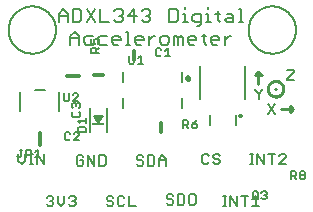
<source format=gbr>
G04 EAGLE Gerber RS-274X export*
G75*
%MOMM*%
%FSLAX34Y34*%
%LPD*%
%INSilkscreen Top*%
%IPPOS*%
%AMOC8*
5,1,8,0,0,1.08239X$1,22.5*%
G01*
%ADD10C,0.254000*%
%ADD11C,0.152400*%
%ADD12C,0.177800*%
%ADD13C,0.203200*%
%ADD14R,1.000000X0.200000*%
%ADD15C,0.250000*%
%ADD16C,0.304800*%

G36*
X81396Y74195D02*
X81396Y74195D01*
X81423Y74195D01*
X81534Y74227D01*
X81647Y74253D01*
X81670Y74266D01*
X81696Y74274D01*
X81794Y74336D01*
X81895Y74392D01*
X81911Y74410D01*
X81936Y74425D01*
X82121Y74633D01*
X82125Y74637D01*
X84125Y77637D01*
X84156Y77701D01*
X84196Y77761D01*
X84217Y77829D01*
X84248Y77893D01*
X84260Y77964D01*
X84281Y78032D01*
X84283Y78103D01*
X84295Y78174D01*
X84287Y78245D01*
X84289Y78316D01*
X84271Y78385D01*
X84262Y78456D01*
X84235Y78522D01*
X84217Y78591D01*
X84180Y78652D01*
X84153Y78718D01*
X84108Y78774D01*
X84072Y78836D01*
X84020Y78885D01*
X83975Y78940D01*
X83917Y78981D01*
X83864Y79030D01*
X83801Y79063D01*
X83743Y79104D01*
X83675Y79127D01*
X83611Y79160D01*
X83552Y79170D01*
X83474Y79197D01*
X83355Y79203D01*
X83280Y79215D01*
X79280Y79215D01*
X79209Y79205D01*
X79137Y79205D01*
X79069Y79185D01*
X78999Y79175D01*
X78933Y79146D01*
X78864Y79126D01*
X78804Y79088D01*
X78739Y79059D01*
X78684Y79013D01*
X78624Y78975D01*
X78576Y78922D01*
X78522Y78876D01*
X78482Y78816D01*
X78435Y78762D01*
X78404Y78698D01*
X78365Y78639D01*
X78343Y78571D01*
X78312Y78506D01*
X78300Y78436D01*
X78279Y78368D01*
X78277Y78296D01*
X78265Y78226D01*
X78273Y78155D01*
X78271Y78084D01*
X78290Y78014D01*
X78298Y77943D01*
X78323Y77888D01*
X78343Y77809D01*
X78404Y77706D01*
X78435Y77637D01*
X80435Y74637D01*
X80512Y74550D01*
X80585Y74460D01*
X80607Y74445D01*
X80625Y74425D01*
X80722Y74363D01*
X80817Y74296D01*
X80843Y74288D01*
X80865Y74273D01*
X80976Y74241D01*
X81086Y74203D01*
X81113Y74202D01*
X81138Y74195D01*
X81254Y74195D01*
X81370Y74189D01*
X81396Y74195D01*
G37*
D10*
X216916Y106426D02*
X216916Y116586D01*
X216916Y116840D01*
X214122Y114046D01*
X219456Y114046D01*
X219710Y114046D01*
X219456Y114046D02*
X216916Y116586D01*
X235712Y85344D02*
X245872Y85344D01*
X246126Y85344D01*
X243332Y88138D01*
X243332Y82804D01*
X243332Y82550D01*
X243332Y82804D02*
X245872Y85344D01*
X224790Y102616D02*
X224792Y102778D01*
X224798Y102940D01*
X224808Y103102D01*
X224822Y103263D01*
X224840Y103424D01*
X224861Y103585D01*
X224887Y103745D01*
X224917Y103904D01*
X224950Y104063D01*
X224988Y104221D01*
X225029Y104377D01*
X225074Y104533D01*
X225123Y104688D01*
X225176Y104841D01*
X225233Y104993D01*
X225293Y105143D01*
X225357Y105292D01*
X225424Y105440D01*
X225495Y105585D01*
X225570Y105729D01*
X225648Y105871D01*
X225730Y106011D01*
X225815Y106149D01*
X225903Y106285D01*
X225995Y106419D01*
X226090Y106550D01*
X226188Y106679D01*
X226289Y106806D01*
X226393Y106930D01*
X226501Y107051D01*
X226611Y107170D01*
X226724Y107286D01*
X226840Y107399D01*
X226959Y107509D01*
X227080Y107617D01*
X227204Y107721D01*
X227331Y107822D01*
X227460Y107920D01*
X227591Y108015D01*
X227725Y108107D01*
X227861Y108195D01*
X227999Y108280D01*
X228139Y108362D01*
X228281Y108440D01*
X228425Y108515D01*
X228570Y108586D01*
X228718Y108653D01*
X228867Y108717D01*
X229017Y108777D01*
X229169Y108834D01*
X229322Y108887D01*
X229477Y108936D01*
X229633Y108981D01*
X229789Y109022D01*
X229947Y109060D01*
X230106Y109093D01*
X230265Y109123D01*
X230425Y109149D01*
X230586Y109170D01*
X230747Y109188D01*
X230908Y109202D01*
X231070Y109212D01*
X231232Y109218D01*
X231394Y109220D01*
X231556Y109218D01*
X231718Y109212D01*
X231880Y109202D01*
X232041Y109188D01*
X232202Y109170D01*
X232363Y109149D01*
X232523Y109123D01*
X232682Y109093D01*
X232841Y109060D01*
X232999Y109022D01*
X233155Y108981D01*
X233311Y108936D01*
X233466Y108887D01*
X233619Y108834D01*
X233771Y108777D01*
X233921Y108717D01*
X234070Y108653D01*
X234218Y108586D01*
X234363Y108515D01*
X234507Y108440D01*
X234649Y108362D01*
X234789Y108280D01*
X234927Y108195D01*
X235063Y108107D01*
X235197Y108015D01*
X235328Y107920D01*
X235457Y107822D01*
X235584Y107721D01*
X235708Y107617D01*
X235829Y107509D01*
X235948Y107399D01*
X236064Y107286D01*
X236177Y107170D01*
X236287Y107051D01*
X236395Y106930D01*
X236499Y106806D01*
X236600Y106679D01*
X236698Y106550D01*
X236793Y106419D01*
X236885Y106285D01*
X236973Y106149D01*
X237058Y106011D01*
X237140Y105871D01*
X237218Y105729D01*
X237293Y105585D01*
X237364Y105440D01*
X237431Y105292D01*
X237495Y105143D01*
X237555Y104993D01*
X237612Y104841D01*
X237665Y104688D01*
X237714Y104533D01*
X237759Y104377D01*
X237800Y104221D01*
X237838Y104063D01*
X237871Y103904D01*
X237901Y103745D01*
X237927Y103585D01*
X237948Y103424D01*
X237966Y103263D01*
X237980Y103102D01*
X237990Y102940D01*
X237996Y102778D01*
X237998Y102616D01*
X237996Y102454D01*
X237990Y102292D01*
X237980Y102130D01*
X237966Y101969D01*
X237948Y101808D01*
X237927Y101647D01*
X237901Y101487D01*
X237871Y101328D01*
X237838Y101169D01*
X237800Y101011D01*
X237759Y100855D01*
X237714Y100699D01*
X237665Y100544D01*
X237612Y100391D01*
X237555Y100239D01*
X237495Y100089D01*
X237431Y99940D01*
X237364Y99792D01*
X237293Y99647D01*
X237218Y99503D01*
X237140Y99361D01*
X237058Y99221D01*
X236973Y99083D01*
X236885Y98947D01*
X236793Y98813D01*
X236698Y98682D01*
X236600Y98553D01*
X236499Y98426D01*
X236395Y98302D01*
X236287Y98181D01*
X236177Y98062D01*
X236064Y97946D01*
X235948Y97833D01*
X235829Y97723D01*
X235708Y97615D01*
X235584Y97511D01*
X235457Y97410D01*
X235328Y97312D01*
X235197Y97217D01*
X235063Y97125D01*
X234927Y97037D01*
X234789Y96952D01*
X234649Y96870D01*
X234507Y96792D01*
X234363Y96717D01*
X234218Y96646D01*
X234070Y96579D01*
X233921Y96515D01*
X233771Y96455D01*
X233619Y96398D01*
X233466Y96345D01*
X233311Y96296D01*
X233155Y96251D01*
X232999Y96210D01*
X232841Y96172D01*
X232682Y96139D01*
X232523Y96109D01*
X232363Y96083D01*
X232202Y96062D01*
X232041Y96044D01*
X231880Y96030D01*
X231718Y96020D01*
X231556Y96014D01*
X231394Y96012D01*
X231232Y96014D01*
X231070Y96020D01*
X230908Y96030D01*
X230747Y96044D01*
X230586Y96062D01*
X230425Y96083D01*
X230265Y96109D01*
X230106Y96139D01*
X229947Y96172D01*
X229789Y96210D01*
X229633Y96251D01*
X229477Y96296D01*
X229322Y96345D01*
X229169Y96398D01*
X229017Y96455D01*
X228867Y96515D01*
X228718Y96579D01*
X228570Y96646D01*
X228425Y96717D01*
X228281Y96792D01*
X228139Y96870D01*
X227999Y96952D01*
X227861Y97037D01*
X227725Y97125D01*
X227591Y97217D01*
X227460Y97312D01*
X227331Y97410D01*
X227204Y97511D01*
X227080Y97615D01*
X226959Y97723D01*
X226840Y97833D01*
X226724Y97946D01*
X226611Y98062D01*
X226501Y98181D01*
X226393Y98302D01*
X226289Y98426D01*
X226188Y98553D01*
X226090Y98682D01*
X225995Y98813D01*
X225903Y98947D01*
X225815Y99083D01*
X225730Y99221D01*
X225648Y99361D01*
X225570Y99503D01*
X225495Y99647D01*
X225424Y99792D01*
X225357Y99940D01*
X225293Y100089D01*
X225233Y100239D01*
X225176Y100391D01*
X225123Y100544D01*
X225074Y100699D01*
X225029Y100855D01*
X224988Y101011D01*
X224950Y101169D01*
X224917Y101328D01*
X224887Y101487D01*
X224861Y101647D01*
X224840Y101808D01*
X224822Y101969D01*
X224808Y102130D01*
X224798Y102292D01*
X224792Y102454D01*
X224790Y102616D01*
X231140Y102362D02*
X231142Y102393D01*
X231148Y102424D01*
X231157Y102454D01*
X231170Y102482D01*
X231187Y102509D01*
X231206Y102533D01*
X231229Y102555D01*
X231254Y102574D01*
X231281Y102589D01*
X231310Y102602D01*
X231340Y102610D01*
X231371Y102615D01*
X231402Y102616D01*
X231433Y102613D01*
X231464Y102606D01*
X231493Y102596D01*
X231521Y102582D01*
X231547Y102565D01*
X231571Y102544D01*
X231592Y102521D01*
X231610Y102496D01*
X231625Y102468D01*
X231636Y102439D01*
X231644Y102409D01*
X231648Y102378D01*
X231648Y102346D01*
X231644Y102315D01*
X231636Y102285D01*
X231625Y102256D01*
X231610Y102228D01*
X231592Y102203D01*
X231571Y102180D01*
X231547Y102159D01*
X231521Y102142D01*
X231493Y102128D01*
X231464Y102118D01*
X231433Y102111D01*
X231402Y102108D01*
X231371Y102109D01*
X231340Y102114D01*
X231310Y102122D01*
X231281Y102135D01*
X231254Y102150D01*
X231229Y102169D01*
X231206Y102191D01*
X231187Y102215D01*
X231170Y102242D01*
X231157Y102270D01*
X231148Y102300D01*
X231142Y102331D01*
X231140Y102362D01*
D11*
X68691Y44795D02*
X67251Y46235D01*
X64370Y46235D01*
X62929Y44795D01*
X62929Y39033D01*
X64370Y37592D01*
X67251Y37592D01*
X68691Y39033D01*
X68691Y41914D01*
X65810Y41914D01*
X72284Y46235D02*
X72284Y37592D01*
X78047Y37592D02*
X72284Y46235D01*
X78047Y46235D02*
X78047Y37592D01*
X81640Y37592D02*
X81640Y46235D01*
X81640Y37592D02*
X85961Y37592D01*
X87402Y39033D01*
X87402Y44795D01*
X85961Y46235D01*
X81640Y46235D01*
X173529Y47505D02*
X174969Y46065D01*
X173529Y47505D02*
X170647Y47505D01*
X169207Y46065D01*
X169207Y40303D01*
X170647Y38862D01*
X173529Y38862D01*
X174969Y40303D01*
X182884Y47505D02*
X184324Y46065D01*
X182884Y47505D02*
X180003Y47505D01*
X178562Y46065D01*
X178562Y44624D01*
X180003Y43184D01*
X182884Y43184D01*
X184324Y41743D01*
X184324Y40303D01*
X182884Y38862D01*
X180003Y38862D01*
X178562Y40303D01*
X186811Y3302D02*
X189692Y3302D01*
X188251Y3302D02*
X188251Y11945D01*
X186811Y11945D02*
X189692Y11945D01*
X193048Y11945D02*
X193048Y3302D01*
X198810Y3302D02*
X193048Y11945D01*
X198810Y11945D02*
X198810Y3302D01*
X205284Y3302D02*
X205284Y11945D01*
X202403Y11945D02*
X208165Y11945D01*
X211758Y9064D02*
X214639Y11945D01*
X214639Y3302D01*
X211758Y3302D02*
X217520Y3302D01*
X212552Y38862D02*
X209671Y38862D01*
X211111Y38862D02*
X211111Y47505D01*
X209671Y47505D02*
X212552Y47505D01*
X215908Y47505D02*
X215908Y38862D01*
X221670Y38862D02*
X215908Y47505D01*
X221670Y47505D02*
X221670Y38862D01*
X228144Y38862D02*
X228144Y47505D01*
X225263Y47505D02*
X231025Y47505D01*
X234618Y38862D02*
X240380Y38862D01*
X234618Y38862D02*
X240380Y44624D01*
X240380Y46065D01*
X238940Y47505D01*
X236059Y47505D01*
X234618Y46065D01*
X144891Y11775D02*
X143451Y13215D01*
X140570Y13215D01*
X139129Y11775D01*
X139129Y10334D01*
X140570Y8894D01*
X143451Y8894D01*
X144891Y7453D01*
X144891Y6013D01*
X143451Y4572D01*
X140570Y4572D01*
X139129Y6013D01*
X148484Y4572D02*
X148484Y13215D01*
X148484Y4572D02*
X152806Y4572D01*
X154247Y6013D01*
X154247Y11775D01*
X152806Y13215D01*
X148484Y13215D01*
X159280Y13215D02*
X162161Y13215D01*
X159280Y13215D02*
X157840Y11775D01*
X157840Y6013D01*
X159280Y4572D01*
X162161Y4572D01*
X163602Y6013D01*
X163602Y11775D01*
X162161Y13215D01*
X119491Y44795D02*
X118051Y46235D01*
X115170Y46235D01*
X113729Y44795D01*
X113729Y43354D01*
X115170Y41914D01*
X118051Y41914D01*
X119491Y40473D01*
X119491Y39033D01*
X118051Y37592D01*
X115170Y37592D01*
X113729Y39033D01*
X123084Y37592D02*
X123084Y46235D01*
X123084Y37592D02*
X127406Y37592D01*
X128847Y39033D01*
X128847Y44795D01*
X127406Y46235D01*
X123084Y46235D01*
X132440Y43354D02*
X132440Y37592D01*
X132440Y43354D02*
X135321Y46235D01*
X138202Y43354D01*
X138202Y37592D01*
X138202Y41914D02*
X132440Y41914D01*
X94091Y10505D02*
X92651Y11945D01*
X89770Y11945D01*
X88329Y10505D01*
X88329Y9064D01*
X89770Y7624D01*
X92651Y7624D01*
X94091Y6183D01*
X94091Y4743D01*
X92651Y3302D01*
X89770Y3302D01*
X88329Y4743D01*
X102006Y11945D02*
X103447Y10505D01*
X102006Y11945D02*
X99125Y11945D01*
X97684Y10505D01*
X97684Y4743D01*
X99125Y3302D01*
X102006Y3302D01*
X103447Y4743D01*
X107040Y3302D02*
X107040Y11945D01*
X107040Y3302D02*
X112802Y3302D01*
D12*
X47980Y159004D02*
X47980Y166292D01*
X51624Y169935D01*
X55268Y166292D01*
X55268Y159004D01*
X55268Y164470D02*
X47980Y164470D01*
X59674Y169935D02*
X59674Y159004D01*
X65140Y159004D01*
X66962Y160826D01*
X66962Y168113D01*
X65140Y169935D01*
X59674Y169935D01*
X71368Y169935D02*
X78656Y159004D01*
X71368Y159004D02*
X78656Y169935D01*
X83062Y169935D02*
X83062Y159004D01*
X90350Y159004D01*
X94756Y168113D02*
X96578Y169935D01*
X100222Y169935D01*
X102043Y168113D01*
X102043Y166292D01*
X100222Y164470D01*
X98400Y164470D01*
X100222Y164470D02*
X102043Y162648D01*
X102043Y160826D01*
X100222Y159004D01*
X96578Y159004D01*
X94756Y160826D01*
X111916Y159004D02*
X111916Y169935D01*
X106450Y164470D01*
X113737Y164470D01*
X118144Y168113D02*
X119966Y169935D01*
X123610Y169935D01*
X125431Y168113D01*
X125431Y166292D01*
X123610Y164470D01*
X121788Y164470D01*
X123610Y164470D02*
X125431Y162648D01*
X125431Y160826D01*
X123610Y159004D01*
X119966Y159004D01*
X118144Y160826D01*
X141532Y159004D02*
X141532Y169935D01*
X141532Y159004D02*
X146997Y159004D01*
X148819Y160826D01*
X148819Y168113D01*
X146997Y169935D01*
X141532Y169935D01*
X153226Y166292D02*
X155048Y166292D01*
X155048Y159004D01*
X153226Y159004D02*
X156870Y159004D01*
X155048Y169935D02*
X155048Y171757D01*
X164666Y155360D02*
X166487Y155360D01*
X168309Y157182D01*
X168309Y166292D01*
X162844Y166292D01*
X161022Y164470D01*
X161022Y160826D01*
X162844Y159004D01*
X168309Y159004D01*
X172716Y166292D02*
X174538Y166292D01*
X174538Y159004D01*
X176359Y159004D02*
X172716Y159004D01*
X174538Y169935D02*
X174538Y171757D01*
X182334Y168113D02*
X182334Y160826D01*
X184155Y159004D01*
X184155Y166292D02*
X180512Y166292D01*
X190130Y166292D02*
X193773Y166292D01*
X195595Y164470D01*
X195595Y159004D01*
X190130Y159004D01*
X188308Y160826D01*
X190130Y162648D01*
X195595Y162648D01*
X200002Y169935D02*
X201824Y169935D01*
X201824Y159004D01*
X203645Y159004D02*
X200002Y159004D01*
X57725Y147242D02*
X57725Y139954D01*
X57725Y147242D02*
X61369Y150885D01*
X65013Y147242D01*
X65013Y139954D01*
X65013Y145420D02*
X57725Y145420D01*
X71241Y147242D02*
X76707Y147242D01*
X71241Y147242D02*
X69419Y145420D01*
X69419Y141776D01*
X71241Y139954D01*
X76707Y139954D01*
X82935Y147242D02*
X88401Y147242D01*
X82935Y147242D02*
X81113Y145420D01*
X81113Y141776D01*
X82935Y139954D01*
X88401Y139954D01*
X94629Y139954D02*
X98273Y139954D01*
X94629Y139954D02*
X92807Y141776D01*
X92807Y145420D01*
X94629Y147242D01*
X98273Y147242D01*
X100094Y145420D01*
X100094Y143598D01*
X92807Y143598D01*
X104501Y150885D02*
X106323Y150885D01*
X106323Y139954D01*
X104501Y139954D02*
X108145Y139954D01*
X114119Y139954D02*
X117763Y139954D01*
X114119Y139954D02*
X112297Y141776D01*
X112297Y145420D01*
X114119Y147242D01*
X117763Y147242D01*
X119584Y145420D01*
X119584Y143598D01*
X112297Y143598D01*
X123991Y139954D02*
X123991Y147242D01*
X123991Y143598D02*
X127635Y147242D01*
X129457Y147242D01*
X135558Y139954D02*
X139201Y139954D01*
X141023Y141776D01*
X141023Y145420D01*
X139201Y147242D01*
X135558Y147242D01*
X133736Y145420D01*
X133736Y141776D01*
X135558Y139954D01*
X145430Y139954D02*
X145430Y147242D01*
X147252Y147242D01*
X149074Y145420D01*
X149074Y139954D01*
X149074Y145420D02*
X150895Y147242D01*
X152717Y145420D01*
X152717Y139954D01*
X158946Y139954D02*
X162589Y139954D01*
X158946Y139954D02*
X157124Y141776D01*
X157124Y145420D01*
X158946Y147242D01*
X162589Y147242D01*
X164411Y145420D01*
X164411Y143598D01*
X157124Y143598D01*
X170640Y141776D02*
X170640Y149063D01*
X170640Y141776D02*
X172461Y139954D01*
X172461Y147242D02*
X168818Y147242D01*
X178436Y139954D02*
X182079Y139954D01*
X178436Y139954D02*
X176614Y141776D01*
X176614Y145420D01*
X178436Y147242D01*
X182079Y147242D01*
X183901Y145420D01*
X183901Y143598D01*
X176614Y143598D01*
X188308Y139954D02*
X188308Y147242D01*
X191951Y147242D02*
X188308Y143598D01*
X191951Y147242D02*
X193773Y147242D01*
D11*
X214122Y102623D02*
X214122Y101183D01*
X217003Y98302D01*
X219884Y101183D01*
X219884Y102623D01*
X217003Y98302D02*
X217003Y93980D01*
X225298Y89923D02*
X231060Y81280D01*
X225298Y81280D02*
X231060Y89923D01*
X241046Y118371D02*
X246808Y118371D01*
X246808Y116931D01*
X241046Y111169D01*
X241046Y109728D01*
X246808Y109728D01*
X38970Y11945D02*
X37529Y10505D01*
X38970Y11945D02*
X41851Y11945D01*
X43291Y10505D01*
X43291Y9064D01*
X41851Y7624D01*
X40410Y7624D01*
X41851Y7624D02*
X43291Y6183D01*
X43291Y4743D01*
X41851Y3302D01*
X38970Y3302D01*
X37529Y4743D01*
X46884Y6183D02*
X46884Y11945D01*
X46884Y6183D02*
X49766Y3302D01*
X52647Y6183D01*
X52647Y11945D01*
X56240Y10505D02*
X57680Y11945D01*
X60561Y11945D01*
X62002Y10505D01*
X62002Y9064D01*
X60561Y7624D01*
X59121Y7624D01*
X60561Y7624D02*
X62002Y6183D01*
X62002Y4743D01*
X60561Y3302D01*
X57680Y3302D01*
X56240Y4743D01*
X13688Y41743D02*
X13688Y47505D01*
X13688Y41743D02*
X16570Y38862D01*
X19451Y41743D01*
X19451Y47505D01*
X23044Y38862D02*
X25925Y38862D01*
X24484Y38862D02*
X24484Y47505D01*
X23044Y47505D02*
X25925Y47505D01*
X29280Y47505D02*
X29280Y38862D01*
X35043Y38862D02*
X29280Y47505D01*
X35043Y47505D02*
X35043Y38862D01*
D13*
X208600Y152400D02*
X208606Y152891D01*
X208624Y153381D01*
X208654Y153871D01*
X208696Y154360D01*
X208750Y154848D01*
X208816Y155335D01*
X208894Y155819D01*
X208984Y156302D01*
X209086Y156782D01*
X209199Y157260D01*
X209324Y157734D01*
X209461Y158206D01*
X209609Y158674D01*
X209769Y159138D01*
X209940Y159598D01*
X210122Y160054D01*
X210316Y160505D01*
X210520Y160951D01*
X210736Y161392D01*
X210962Y161828D01*
X211198Y162258D01*
X211445Y162682D01*
X211703Y163100D01*
X211971Y163511D01*
X212248Y163916D01*
X212536Y164314D01*
X212833Y164705D01*
X213140Y165088D01*
X213456Y165463D01*
X213781Y165831D01*
X214115Y166191D01*
X214458Y166542D01*
X214809Y166885D01*
X215169Y167219D01*
X215537Y167544D01*
X215912Y167860D01*
X216295Y168167D01*
X216686Y168464D01*
X217084Y168752D01*
X217489Y169029D01*
X217900Y169297D01*
X218318Y169555D01*
X218742Y169802D01*
X219172Y170038D01*
X219608Y170264D01*
X220049Y170480D01*
X220495Y170684D01*
X220946Y170878D01*
X221402Y171060D01*
X221862Y171231D01*
X222326Y171391D01*
X222794Y171539D01*
X223266Y171676D01*
X223740Y171801D01*
X224218Y171914D01*
X224698Y172016D01*
X225181Y172106D01*
X225665Y172184D01*
X226152Y172250D01*
X226640Y172304D01*
X227129Y172346D01*
X227619Y172376D01*
X228109Y172394D01*
X228600Y172400D01*
X229091Y172394D01*
X229581Y172376D01*
X230071Y172346D01*
X230560Y172304D01*
X231048Y172250D01*
X231535Y172184D01*
X232019Y172106D01*
X232502Y172016D01*
X232982Y171914D01*
X233460Y171801D01*
X233934Y171676D01*
X234406Y171539D01*
X234874Y171391D01*
X235338Y171231D01*
X235798Y171060D01*
X236254Y170878D01*
X236705Y170684D01*
X237151Y170480D01*
X237592Y170264D01*
X238028Y170038D01*
X238458Y169802D01*
X238882Y169555D01*
X239300Y169297D01*
X239711Y169029D01*
X240116Y168752D01*
X240514Y168464D01*
X240905Y168167D01*
X241288Y167860D01*
X241663Y167544D01*
X242031Y167219D01*
X242391Y166885D01*
X242742Y166542D01*
X243085Y166191D01*
X243419Y165831D01*
X243744Y165463D01*
X244060Y165088D01*
X244367Y164705D01*
X244664Y164314D01*
X244952Y163916D01*
X245229Y163511D01*
X245497Y163100D01*
X245755Y162682D01*
X246002Y162258D01*
X246238Y161828D01*
X246464Y161392D01*
X246680Y160951D01*
X246884Y160505D01*
X247078Y160054D01*
X247260Y159598D01*
X247431Y159138D01*
X247591Y158674D01*
X247739Y158206D01*
X247876Y157734D01*
X248001Y157260D01*
X248114Y156782D01*
X248216Y156302D01*
X248306Y155819D01*
X248384Y155335D01*
X248450Y154848D01*
X248504Y154360D01*
X248546Y153871D01*
X248576Y153381D01*
X248594Y152891D01*
X248600Y152400D01*
X248594Y151909D01*
X248576Y151419D01*
X248546Y150929D01*
X248504Y150440D01*
X248450Y149952D01*
X248384Y149465D01*
X248306Y148981D01*
X248216Y148498D01*
X248114Y148018D01*
X248001Y147540D01*
X247876Y147066D01*
X247739Y146594D01*
X247591Y146126D01*
X247431Y145662D01*
X247260Y145202D01*
X247078Y144746D01*
X246884Y144295D01*
X246680Y143849D01*
X246464Y143408D01*
X246238Y142972D01*
X246002Y142542D01*
X245755Y142118D01*
X245497Y141700D01*
X245229Y141289D01*
X244952Y140884D01*
X244664Y140486D01*
X244367Y140095D01*
X244060Y139712D01*
X243744Y139337D01*
X243419Y138969D01*
X243085Y138609D01*
X242742Y138258D01*
X242391Y137915D01*
X242031Y137581D01*
X241663Y137256D01*
X241288Y136940D01*
X240905Y136633D01*
X240514Y136336D01*
X240116Y136048D01*
X239711Y135771D01*
X239300Y135503D01*
X238882Y135245D01*
X238458Y134998D01*
X238028Y134762D01*
X237592Y134536D01*
X237151Y134320D01*
X236705Y134116D01*
X236254Y133922D01*
X235798Y133740D01*
X235338Y133569D01*
X234874Y133409D01*
X234406Y133261D01*
X233934Y133124D01*
X233460Y132999D01*
X232982Y132886D01*
X232502Y132784D01*
X232019Y132694D01*
X231535Y132616D01*
X231048Y132550D01*
X230560Y132496D01*
X230071Y132454D01*
X229581Y132424D01*
X229091Y132406D01*
X228600Y132400D01*
X228109Y132406D01*
X227619Y132424D01*
X227129Y132454D01*
X226640Y132496D01*
X226152Y132550D01*
X225665Y132616D01*
X225181Y132694D01*
X224698Y132784D01*
X224218Y132886D01*
X223740Y132999D01*
X223266Y133124D01*
X222794Y133261D01*
X222326Y133409D01*
X221862Y133569D01*
X221402Y133740D01*
X220946Y133922D01*
X220495Y134116D01*
X220049Y134320D01*
X219608Y134536D01*
X219172Y134762D01*
X218742Y134998D01*
X218318Y135245D01*
X217900Y135503D01*
X217489Y135771D01*
X217084Y136048D01*
X216686Y136336D01*
X216295Y136633D01*
X215912Y136940D01*
X215537Y137256D01*
X215169Y137581D01*
X214809Y137915D01*
X214458Y138258D01*
X214115Y138609D01*
X213781Y138969D01*
X213456Y139337D01*
X213140Y139712D01*
X212833Y140095D01*
X212536Y140486D01*
X212248Y140884D01*
X211971Y141289D01*
X211703Y141700D01*
X211445Y142118D01*
X211198Y142542D01*
X210962Y142972D01*
X210736Y143408D01*
X210520Y143849D01*
X210316Y144295D01*
X210122Y144746D01*
X209940Y145202D01*
X209769Y145662D01*
X209609Y146126D01*
X209461Y146594D01*
X209324Y147066D01*
X209199Y147540D01*
X209086Y148018D01*
X208984Y148498D01*
X208894Y148981D01*
X208816Y149465D01*
X208750Y149952D01*
X208696Y150440D01*
X208654Y150929D01*
X208624Y151419D01*
X208606Y151909D01*
X208600Y152400D01*
X5400Y152400D02*
X5406Y152891D01*
X5424Y153381D01*
X5454Y153871D01*
X5496Y154360D01*
X5550Y154848D01*
X5616Y155335D01*
X5694Y155819D01*
X5784Y156302D01*
X5886Y156782D01*
X5999Y157260D01*
X6124Y157734D01*
X6261Y158206D01*
X6409Y158674D01*
X6569Y159138D01*
X6740Y159598D01*
X6922Y160054D01*
X7116Y160505D01*
X7320Y160951D01*
X7536Y161392D01*
X7762Y161828D01*
X7998Y162258D01*
X8245Y162682D01*
X8503Y163100D01*
X8771Y163511D01*
X9048Y163916D01*
X9336Y164314D01*
X9633Y164705D01*
X9940Y165088D01*
X10256Y165463D01*
X10581Y165831D01*
X10915Y166191D01*
X11258Y166542D01*
X11609Y166885D01*
X11969Y167219D01*
X12337Y167544D01*
X12712Y167860D01*
X13095Y168167D01*
X13486Y168464D01*
X13884Y168752D01*
X14289Y169029D01*
X14700Y169297D01*
X15118Y169555D01*
X15542Y169802D01*
X15972Y170038D01*
X16408Y170264D01*
X16849Y170480D01*
X17295Y170684D01*
X17746Y170878D01*
X18202Y171060D01*
X18662Y171231D01*
X19126Y171391D01*
X19594Y171539D01*
X20066Y171676D01*
X20540Y171801D01*
X21018Y171914D01*
X21498Y172016D01*
X21981Y172106D01*
X22465Y172184D01*
X22952Y172250D01*
X23440Y172304D01*
X23929Y172346D01*
X24419Y172376D01*
X24909Y172394D01*
X25400Y172400D01*
X25891Y172394D01*
X26381Y172376D01*
X26871Y172346D01*
X27360Y172304D01*
X27848Y172250D01*
X28335Y172184D01*
X28819Y172106D01*
X29302Y172016D01*
X29782Y171914D01*
X30260Y171801D01*
X30734Y171676D01*
X31206Y171539D01*
X31674Y171391D01*
X32138Y171231D01*
X32598Y171060D01*
X33054Y170878D01*
X33505Y170684D01*
X33951Y170480D01*
X34392Y170264D01*
X34828Y170038D01*
X35258Y169802D01*
X35682Y169555D01*
X36100Y169297D01*
X36511Y169029D01*
X36916Y168752D01*
X37314Y168464D01*
X37705Y168167D01*
X38088Y167860D01*
X38463Y167544D01*
X38831Y167219D01*
X39191Y166885D01*
X39542Y166542D01*
X39885Y166191D01*
X40219Y165831D01*
X40544Y165463D01*
X40860Y165088D01*
X41167Y164705D01*
X41464Y164314D01*
X41752Y163916D01*
X42029Y163511D01*
X42297Y163100D01*
X42555Y162682D01*
X42802Y162258D01*
X43038Y161828D01*
X43264Y161392D01*
X43480Y160951D01*
X43684Y160505D01*
X43878Y160054D01*
X44060Y159598D01*
X44231Y159138D01*
X44391Y158674D01*
X44539Y158206D01*
X44676Y157734D01*
X44801Y157260D01*
X44914Y156782D01*
X45016Y156302D01*
X45106Y155819D01*
X45184Y155335D01*
X45250Y154848D01*
X45304Y154360D01*
X45346Y153871D01*
X45376Y153381D01*
X45394Y152891D01*
X45400Y152400D01*
X45394Y151909D01*
X45376Y151419D01*
X45346Y150929D01*
X45304Y150440D01*
X45250Y149952D01*
X45184Y149465D01*
X45106Y148981D01*
X45016Y148498D01*
X44914Y148018D01*
X44801Y147540D01*
X44676Y147066D01*
X44539Y146594D01*
X44391Y146126D01*
X44231Y145662D01*
X44060Y145202D01*
X43878Y144746D01*
X43684Y144295D01*
X43480Y143849D01*
X43264Y143408D01*
X43038Y142972D01*
X42802Y142542D01*
X42555Y142118D01*
X42297Y141700D01*
X42029Y141289D01*
X41752Y140884D01*
X41464Y140486D01*
X41167Y140095D01*
X40860Y139712D01*
X40544Y139337D01*
X40219Y138969D01*
X39885Y138609D01*
X39542Y138258D01*
X39191Y137915D01*
X38831Y137581D01*
X38463Y137256D01*
X38088Y136940D01*
X37705Y136633D01*
X37314Y136336D01*
X36916Y136048D01*
X36511Y135771D01*
X36100Y135503D01*
X35682Y135245D01*
X35258Y134998D01*
X34828Y134762D01*
X34392Y134536D01*
X33951Y134320D01*
X33505Y134116D01*
X33054Y133922D01*
X32598Y133740D01*
X32138Y133569D01*
X31674Y133409D01*
X31206Y133261D01*
X30734Y133124D01*
X30260Y132999D01*
X29782Y132886D01*
X29302Y132784D01*
X28819Y132694D01*
X28335Y132616D01*
X27848Y132550D01*
X27360Y132496D01*
X26871Y132454D01*
X26381Y132424D01*
X25891Y132406D01*
X25400Y132400D01*
X24909Y132406D01*
X24419Y132424D01*
X23929Y132454D01*
X23440Y132496D01*
X22952Y132550D01*
X22465Y132616D01*
X21981Y132694D01*
X21498Y132784D01*
X21018Y132886D01*
X20540Y132999D01*
X20066Y133124D01*
X19594Y133261D01*
X19126Y133409D01*
X18662Y133569D01*
X18202Y133740D01*
X17746Y133922D01*
X17295Y134116D01*
X16849Y134320D01*
X16408Y134536D01*
X15972Y134762D01*
X15542Y134998D01*
X15118Y135245D01*
X14700Y135503D01*
X14289Y135771D01*
X13884Y136048D01*
X13486Y136336D01*
X13095Y136633D01*
X12712Y136940D01*
X12337Y137256D01*
X11969Y137581D01*
X11609Y137915D01*
X11258Y138258D01*
X10915Y138609D01*
X10581Y138969D01*
X10256Y139337D01*
X9940Y139712D01*
X9633Y140095D01*
X9336Y140486D01*
X9048Y140884D01*
X8771Y141289D01*
X8503Y141700D01*
X8245Y142118D01*
X7998Y142542D01*
X7762Y142972D01*
X7536Y143408D01*
X7320Y143849D01*
X7116Y144295D01*
X6922Y144746D01*
X6740Y145202D01*
X6569Y145662D01*
X6409Y146126D01*
X6261Y146594D01*
X6124Y147066D01*
X5999Y147540D01*
X5886Y148018D01*
X5784Y148498D01*
X5694Y148981D01*
X5616Y149465D01*
X5550Y149952D01*
X5496Y150440D01*
X5454Y150929D01*
X5424Y151419D01*
X5406Y151909D01*
X5400Y152400D01*
X15250Y99440D02*
X15250Y83440D01*
X48250Y83440D02*
X48250Y99440D01*
X35750Y101940D02*
X27750Y101940D01*
D11*
X52292Y98812D02*
X52292Y93304D01*
X53394Y92202D01*
X55597Y92202D01*
X56698Y93304D01*
X56698Y98812D01*
X59776Y92202D02*
X64183Y92202D01*
X64183Y96608D02*
X59776Y92202D01*
X64183Y96608D02*
X64183Y97710D01*
X63081Y98812D01*
X60878Y98812D01*
X59776Y97710D01*
D13*
X74280Y86200D02*
X74280Y66200D01*
X88280Y66200D02*
X88280Y86200D01*
X77280Y79700D02*
X81280Y73700D01*
X77280Y79700D02*
X85280Y79700D01*
X81280Y73700D01*
D14*
X81280Y72700D03*
D11*
X70518Y65962D02*
X63908Y65962D01*
X70518Y65962D02*
X70518Y69267D01*
X69416Y70368D01*
X65010Y70368D01*
X63908Y69267D01*
X63908Y65962D01*
X66112Y73446D02*
X63908Y75649D01*
X70518Y75649D01*
X70518Y73446D02*
X70518Y77853D01*
D13*
X152000Y108600D02*
X152000Y116600D01*
X152000Y94600D02*
X152000Y86600D01*
X102000Y86600D02*
X102000Y94600D01*
X102000Y108600D02*
X102000Y116600D01*
D15*
X155500Y111600D02*
X155502Y111677D01*
X155508Y111754D01*
X155518Y111831D01*
X155532Y111907D01*
X155549Y111982D01*
X155571Y112056D01*
X155596Y112129D01*
X155626Y112201D01*
X155658Y112271D01*
X155695Y112339D01*
X155734Y112405D01*
X155777Y112469D01*
X155824Y112531D01*
X155873Y112590D01*
X155926Y112647D01*
X155981Y112701D01*
X156039Y112752D01*
X156100Y112800D01*
X156163Y112845D01*
X156228Y112886D01*
X156295Y112924D01*
X156364Y112959D01*
X156435Y112989D01*
X156507Y113017D01*
X156581Y113040D01*
X156655Y113060D01*
X156731Y113076D01*
X156807Y113088D01*
X156884Y113096D01*
X156961Y113100D01*
X157039Y113100D01*
X157116Y113096D01*
X157193Y113088D01*
X157269Y113076D01*
X157345Y113060D01*
X157419Y113040D01*
X157493Y113017D01*
X157565Y112989D01*
X157636Y112959D01*
X157705Y112924D01*
X157772Y112886D01*
X157837Y112845D01*
X157900Y112800D01*
X157961Y112752D01*
X158019Y112701D01*
X158074Y112647D01*
X158127Y112590D01*
X158176Y112531D01*
X158223Y112469D01*
X158266Y112405D01*
X158305Y112339D01*
X158342Y112271D01*
X158374Y112201D01*
X158404Y112129D01*
X158429Y112056D01*
X158451Y111982D01*
X158468Y111907D01*
X158482Y111831D01*
X158492Y111754D01*
X158498Y111677D01*
X158500Y111600D01*
X158498Y111523D01*
X158492Y111446D01*
X158482Y111369D01*
X158468Y111293D01*
X158451Y111218D01*
X158429Y111144D01*
X158404Y111071D01*
X158374Y110999D01*
X158342Y110929D01*
X158305Y110861D01*
X158266Y110795D01*
X158223Y110731D01*
X158176Y110669D01*
X158127Y110610D01*
X158074Y110553D01*
X158019Y110499D01*
X157961Y110448D01*
X157900Y110400D01*
X157837Y110355D01*
X157772Y110314D01*
X157705Y110276D01*
X157636Y110241D01*
X157565Y110211D01*
X157493Y110183D01*
X157419Y110160D01*
X157345Y110140D01*
X157269Y110124D01*
X157193Y110112D01*
X157116Y110104D01*
X157039Y110100D01*
X156961Y110100D01*
X156884Y110104D01*
X156807Y110112D01*
X156731Y110124D01*
X156655Y110140D01*
X156581Y110160D01*
X156507Y110183D01*
X156435Y110211D01*
X156364Y110241D01*
X156295Y110276D01*
X156228Y110314D01*
X156163Y110355D01*
X156100Y110400D01*
X156039Y110448D01*
X155981Y110499D01*
X155926Y110553D01*
X155873Y110610D01*
X155824Y110669D01*
X155777Y110731D01*
X155734Y110795D01*
X155695Y110861D01*
X155658Y110929D01*
X155626Y110999D01*
X155596Y111071D01*
X155571Y111144D01*
X155549Y111218D01*
X155532Y111293D01*
X155518Y111369D01*
X155508Y111446D01*
X155502Y111523D01*
X155500Y111600D01*
D11*
X107442Y125054D02*
X107442Y130562D01*
X107442Y125054D02*
X108544Y123952D01*
X110747Y123952D01*
X111848Y125054D01*
X111848Y130562D01*
X114926Y128358D02*
X117129Y130562D01*
X117129Y123952D01*
X114926Y123952D02*
X119333Y123952D01*
D16*
X85280Y114300D02*
X77280Y114300D01*
D11*
X75178Y132842D02*
X81788Y132842D01*
X75178Y132842D02*
X75178Y136147D01*
X76280Y137248D01*
X78483Y137248D01*
X79585Y136147D01*
X79585Y132842D01*
X79585Y135045D02*
X81788Y137248D01*
X75178Y140326D02*
X75178Y144733D01*
X75178Y140326D02*
X78483Y140326D01*
X77382Y142529D01*
X77382Y143631D01*
X78483Y144733D01*
X80686Y144733D01*
X81788Y143631D01*
X81788Y141428D01*
X80686Y140326D01*
D16*
X134620Y73850D02*
X134620Y65850D01*
D11*
X153162Y69342D02*
X153162Y75952D01*
X156467Y75952D01*
X157568Y74850D01*
X157568Y72647D01*
X156467Y71545D01*
X153162Y71545D01*
X155365Y71545D02*
X157568Y69342D01*
X162849Y74850D02*
X165053Y75952D01*
X162849Y74850D02*
X160646Y72647D01*
X160646Y70444D01*
X161748Y69342D01*
X163951Y69342D01*
X165053Y70444D01*
X165053Y71545D01*
X163951Y72647D01*
X160646Y72647D01*
D16*
X31750Y64770D02*
X31750Y54610D01*
D11*
X56137Y65792D02*
X57238Y64690D01*
X56137Y65792D02*
X53934Y65792D01*
X52832Y64690D01*
X52832Y60284D01*
X53934Y59182D01*
X56137Y59182D01*
X57238Y60284D01*
X60316Y59182D02*
X64723Y59182D01*
X64723Y63588D02*
X60316Y59182D01*
X64723Y63588D02*
X64723Y64690D01*
X63621Y65792D01*
X61418Y65792D01*
X60316Y64690D01*
D16*
X64770Y113030D02*
X54610Y113030D01*
D11*
X60278Y82910D02*
X59176Y81809D01*
X59176Y79605D01*
X60278Y78504D01*
X64684Y78504D01*
X65786Y79605D01*
X65786Y81809D01*
X64684Y82910D01*
X60278Y85988D02*
X59176Y87089D01*
X59176Y89293D01*
X60278Y90394D01*
X61380Y90394D01*
X62481Y89293D01*
X62481Y88191D01*
X62481Y89293D02*
X63583Y90394D01*
X64684Y90394D01*
X65786Y89293D01*
X65786Y87089D01*
X64684Y85988D01*
D16*
X111760Y126810D02*
X111760Y134810D01*
D11*
X133607Y136912D02*
X134708Y135810D01*
X133607Y136912D02*
X131404Y136912D01*
X130302Y135810D01*
X130302Y131404D01*
X131404Y130302D01*
X133607Y130302D01*
X134708Y131404D01*
X137786Y134708D02*
X139989Y136912D01*
X139989Y130302D01*
X137786Y130302D02*
X142193Y130302D01*
X13802Y44450D02*
X12700Y45552D01*
X13802Y44450D02*
X14903Y44450D01*
X16005Y45552D01*
X16005Y51060D01*
X17106Y51060D02*
X14903Y51060D01*
X20184Y51060D02*
X20184Y44450D01*
X20184Y51060D02*
X23489Y51060D01*
X24591Y49958D01*
X24591Y47755D01*
X23489Y46653D01*
X20184Y46653D01*
X27668Y48856D02*
X29872Y51060D01*
X29872Y44450D01*
X32075Y44450D02*
X27668Y44450D01*
D13*
X167690Y93950D02*
X167690Y121950D01*
X205690Y121950D02*
X205690Y93950D01*
D11*
X244364Y32774D02*
X244364Y26164D01*
X244364Y32774D02*
X247669Y32774D01*
X248770Y31672D01*
X248770Y29469D01*
X247669Y28367D01*
X244364Y28367D01*
X246567Y28367D02*
X248770Y26164D01*
X251848Y31672D02*
X252949Y32774D01*
X255153Y32774D01*
X256254Y31672D01*
X256254Y30570D01*
X255153Y29469D01*
X256254Y28367D01*
X256254Y27266D01*
X255153Y26164D01*
X252949Y26164D01*
X251848Y27266D01*
X251848Y28367D01*
X252949Y29469D01*
X251848Y30570D01*
X251848Y31672D01*
X252949Y29469D02*
X255153Y29469D01*
D13*
X197690Y71700D02*
X197690Y80700D01*
X175690Y80700D02*
X175690Y71700D01*
X200690Y79700D02*
X200692Y79763D01*
X200698Y79825D01*
X200708Y79887D01*
X200721Y79949D01*
X200739Y80009D01*
X200760Y80068D01*
X200785Y80126D01*
X200814Y80182D01*
X200846Y80236D01*
X200881Y80288D01*
X200919Y80337D01*
X200961Y80385D01*
X201005Y80429D01*
X201053Y80471D01*
X201102Y80509D01*
X201154Y80544D01*
X201208Y80576D01*
X201264Y80605D01*
X201322Y80630D01*
X201381Y80651D01*
X201441Y80669D01*
X201503Y80682D01*
X201565Y80692D01*
X201627Y80698D01*
X201690Y80700D01*
X201753Y80698D01*
X201815Y80692D01*
X201877Y80682D01*
X201939Y80669D01*
X201999Y80651D01*
X202058Y80630D01*
X202116Y80605D01*
X202172Y80576D01*
X202226Y80544D01*
X202278Y80509D01*
X202327Y80471D01*
X202375Y80429D01*
X202419Y80385D01*
X202461Y80337D01*
X202499Y80288D01*
X202534Y80236D01*
X202566Y80182D01*
X202595Y80126D01*
X202620Y80068D01*
X202641Y80009D01*
X202659Y79949D01*
X202672Y79887D01*
X202682Y79825D01*
X202688Y79763D01*
X202690Y79700D01*
X202688Y79637D01*
X202682Y79575D01*
X202672Y79513D01*
X202659Y79451D01*
X202641Y79391D01*
X202620Y79332D01*
X202595Y79274D01*
X202566Y79218D01*
X202534Y79164D01*
X202499Y79112D01*
X202461Y79063D01*
X202419Y79015D01*
X202375Y78971D01*
X202327Y78929D01*
X202278Y78891D01*
X202226Y78856D01*
X202172Y78824D01*
X202116Y78795D01*
X202058Y78770D01*
X201999Y78749D01*
X201939Y78731D01*
X201877Y78718D01*
X201815Y78708D01*
X201753Y78702D01*
X201690Y78700D01*
X201627Y78702D01*
X201565Y78708D01*
X201503Y78718D01*
X201441Y78731D01*
X201381Y78749D01*
X201322Y78770D01*
X201264Y78795D01*
X201208Y78824D01*
X201154Y78856D01*
X201102Y78891D01*
X201053Y78929D01*
X201005Y78971D01*
X200961Y79015D01*
X200919Y79063D01*
X200881Y79112D01*
X200846Y79164D01*
X200814Y79218D01*
X200785Y79274D01*
X200760Y79332D01*
X200739Y79391D01*
X200721Y79451D01*
X200708Y79513D01*
X200698Y79575D01*
X200692Y79637D01*
X200690Y79700D01*
D11*
X211854Y14652D02*
X211854Y10246D01*
X211854Y14652D02*
X212955Y15754D01*
X215159Y15754D01*
X216260Y14652D01*
X216260Y10246D01*
X215159Y9144D01*
X212955Y9144D01*
X211854Y10246D01*
X214057Y11347D02*
X216260Y9144D01*
X219338Y14652D02*
X220439Y15754D01*
X222643Y15754D01*
X223744Y14652D01*
X223744Y13550D01*
X222643Y12449D01*
X221541Y12449D01*
X222643Y12449D02*
X223744Y11347D01*
X223744Y10246D01*
X222643Y9144D01*
X220439Y9144D01*
X219338Y10246D01*
M02*

</source>
